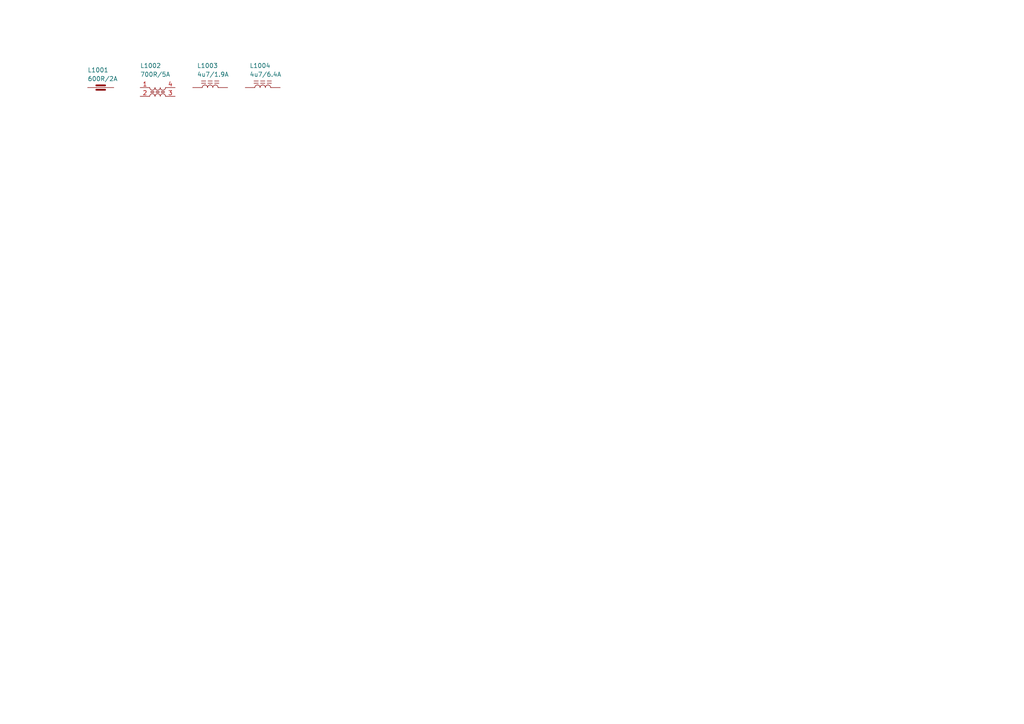
<source format=kicad_sch>
(kicad_sch
	(version 20250114)
	(generator "eeschema")
	(generator_version "9.0")
	(uuid "e63e39d7-6ac0-4ffd-8aa3-1841a4541b55")
	(paper "A4")
	(title_block
		(title "Inductors")
		(date "2026-01-06")
		(rev "1")
		(comment 1 "-")
		(comment 2 "-")
	)
	(lib_symbols
		(symbol "lily_symbols:ind_bead_600R_2A_0R1_0805"
			(pin_numbers
				(hide yes)
			)
			(pin_names
				(offset 0)
				(hide yes)
			)
			(exclude_from_sim no)
			(in_bom yes)
			(on_board yes)
			(property "Reference" "L"
				(at 0 5.08 0)
				(effects
					(font
						(size 1.27 1.27)
					)
					(justify left)
				)
			)
			(property "Value" "600R/2A"
				(at 0 2.54 0)
				(effects
					(font
						(size 1.27 1.27)
					)
					(justify left)
				)
			)
			(property "Footprint" "lily_footprints:ind_0805"
				(at 3.81 -7.62 0)
				(effects
					(font
						(size 1.27 1.27)
					)
					(hide yes)
				)
			)
			(property "Datasheet" "https://lilytronics.github.io/lily_kicad_lib/datasheets/tdk/MPZ2012S601AT000.pdf"
				(at 3.81 -20.32 0)
				(effects
					(font
						(size 1.27 1.27)
					)
					(hide yes)
				)
			)
			(property "Description" ""
				(at 0 0 0)
				(effects
					(font
						(size 1.27 1.27)
					)
					(hide yes)
				)
			)
			(property "Revision" "1"
				(at 3.81 -2.54 0)
				(effects
					(font
						(size 1.27 1.27)
					)
					(hide yes)
				)
			)
			(property "Status" "Active"
				(at 3.81 -5.08 0)
				(effects
					(font
						(size 1.27 1.27)
					)
					(hide yes)
				)
			)
			(property "Manufacturer" "TDK"
				(at 3.81 -10.16 0)
				(effects
					(font
						(size 1.27 1.27)
					)
					(hide yes)
				)
			)
			(property "Manufacturer_ID" "MPZ2012S601AT000"
				(at 3.81 -12.7 0)
				(effects
					(font
						(size 1.27 1.27)
					)
					(hide yes)
				)
			)
			(property "Lily_ID" "NO_ID"
				(at 3.81 -15.24 0)
				(effects
					(font
						(size 1.27 1.27)
					)
					(hide yes)
				)
			)
			(property "JLCPCB_ID" "C21519"
				(at 3.81 -17.78 0)
				(effects
					(font
						(size 1.27 1.27)
					)
					(hide yes)
				)
			)
			(symbol "ind_bead_600R_2A_0R1_0805_0_1"
				(polyline
					(pts
						(xy 2.54 0.635) (xy 5.08 0.635)
					)
					(stroke
						(width 0.508)
						(type default)
					)
					(fill
						(type none)
					)
				)
				(polyline
					(pts
						(xy 2.54 0) (xy 5.08 0)
					)
					(stroke
						(width 0)
						(type default)
					)
					(fill
						(type none)
					)
				)
				(polyline
					(pts
						(xy 2.54 -0.635) (xy 5.08 -0.635)
					)
					(stroke
						(width 0.508)
						(type default)
					)
					(fill
						(type none)
					)
				)
			)
			(symbol "ind_bead_600R_2A_0R1_0805_1_1"
				(pin passive line
					(at 0 0 0)
					(length 2.54)
					(name "~"
						(effects
							(font
								(size 1.27 1.27)
							)
						)
					)
					(number "1"
						(effects
							(font
								(size 1.27 1.27)
							)
						)
					)
				)
				(pin passive line
					(at 7.62 0 180)
					(length 2.54)
					(name "~"
						(effects
							(font
								(size 1.27 1.27)
							)
						)
					)
					(number "2"
						(effects
							(font
								(size 1.27 1.27)
							)
						)
					)
				)
			)
			(embedded_fonts no)
		)
		(symbol "lily_symbols:ind_common_mode_700R_5A_10mR_9x7mm"
			(exclude_from_sim no)
			(in_bom yes)
			(on_board yes)
			(property "Reference" "L"
				(at 0 6.35 0)
				(effects
					(font
						(size 1.27 1.27)
					)
					(justify left)
				)
			)
			(property "Value" "700R/5A"
				(at 0 3.81 0)
				(effects
					(font
						(size 1.27 1.27)
					)
					(justify left)
				)
			)
			(property "Footprint" "lily_footprints:ind_common_mode_9x7mm"
				(at 5.08 -10.16 0)
				(effects
					(font
						(size 1.27 1.27)
					)
					(hide yes)
				)
			)
			(property "Datasheet" "https://lilytronics.github.io/lily_kicad_lib/datasheets/tdk/ACM90V-701-2PL.pdf"
				(at 5.08 -22.86 0)
				(effects
					(font
						(size 1.27 1.27)
					)
					(hide yes)
				)
			)
			(property "Description" ""
				(at 0 0 0)
				(effects
					(font
						(size 1.27 1.27)
					)
					(hide yes)
				)
			)
			(property "Revision" "1"
				(at 5.08 -5.08 0)
				(effects
					(font
						(size 1.27 1.27)
					)
					(hide yes)
				)
			)
			(property "Status" "Active"
				(at 5.08 -7.62 0)
				(effects
					(font
						(size 1.27 1.27)
					)
					(hide yes)
				)
			)
			(property "Manufacturer" "TDK"
				(at 5.08 -12.7 0)
				(effects
					(font
						(size 1.27 1.27)
					)
					(hide yes)
				)
			)
			(property "Manufacturer_ID" "ACM90V-701-2PL-TL00"
				(at 5.08 -15.24 0)
				(effects
					(font
						(size 1.27 1.27)
					)
					(hide yes)
				)
			)
			(property "Lily_ID" "NO_ID"
				(at 5.08 -17.78 0)
				(effects
					(font
						(size 1.27 1.27)
					)
					(hide yes)
				)
			)
			(property "JLCPCB_ID" "C87510"
				(at 5.08 -20.32 0)
				(effects
					(font
						(size 1.27 1.27)
					)
					(hide yes)
				)
			)
			(symbol "ind_common_mode_700R_5A_10mR_9x7mm_0_1"
				(polyline
					(pts
						(xy 3.048 -1.143) (xy 4.064 -1.143)
					)
					(stroke
						(width 0)
						(type default)
					)
					(fill
						(type none)
					)
				)
				(polyline
					(pts
						(xy 3.048 -1.397) (xy 4.064 -1.397)
					)
					(stroke
						(width 0)
						(type default)
					)
					(fill
						(type none)
					)
				)
				(arc
					(start 3.5552 -0.7628)
					(mid 3.0166 -0.5394)
					(end 2.7932 -0.0008)
					(stroke
						(width 0)
						(type default)
					)
					(fill
						(type none)
					)
				)
				(arc
					(start 4.3187 -0.0007)
					(mid 4.0953 -0.5393)
					(end 3.5567 -0.7627)
					(stroke
						(width 0)
						(type default)
					)
					(fill
						(type none)
					)
				)
				(arc
					(start 2.794 -2.54)
					(mid 3.0172 -2.0012)
					(end 3.556 -1.778)
					(stroke
						(width 0)
						(type default)
					)
					(fill
						(type none)
					)
				)
				(arc
					(start 3.556 -1.778)
					(mid 4.0948 -2.0012)
					(end 4.318 -2.54)
					(stroke
						(width 0)
						(type default)
					)
					(fill
						(type none)
					)
				)
				(polyline
					(pts
						(xy 4.572 -1.143) (xy 5.588 -1.143)
					)
					(stroke
						(width 0)
						(type default)
					)
					(fill
						(type none)
					)
				)
				(arc
					(start 5.08 -0.762)
					(mid 4.5412 -0.5388)
					(end 4.318 0)
					(stroke
						(width 0)
						(type default)
					)
					(fill
						(type none)
					)
				)
				(arc
					(start 5.842 0)
					(mid 5.6188 -0.5388)
					(end 5.08 -0.762)
					(stroke
						(width 0)
						(type default)
					)
					(fill
						(type none)
					)
				)
				(arc
					(start 4.318 -2.54)
					(mid 4.5412 -2.0012)
					(end 5.08 -1.778)
					(stroke
						(width 0)
						(type default)
					)
					(fill
						(type none)
					)
				)
				(arc
					(start 5.08 -1.778)
					(mid 5.6188 -2.0012)
					(end 5.842 -2.54)
					(stroke
						(width 0)
						(type default)
					)
					(fill
						(type none)
					)
				)
				(polyline
					(pts
						(xy 5.588 -1.397) (xy 4.572 -1.397)
					)
					(stroke
						(width 0)
						(type default)
					)
					(fill
						(type none)
					)
				)
				(arc
					(start 6.604 -0.762)
					(mid 6.0652 -0.5388)
					(end 5.842 0)
					(stroke
						(width 0)
						(type default)
					)
					(fill
						(type none)
					)
				)
				(arc
					(start 7.366 0)
					(mid 7.1428 -0.5388)
					(end 6.604 -0.762)
					(stroke
						(width 0)
						(type default)
					)
					(fill
						(type none)
					)
				)
				(arc
					(start 5.8413 -2.5393)
					(mid 6.0647 -2.0007)
					(end 6.6033 -1.7773)
					(stroke
						(width 0)
						(type default)
					)
					(fill
						(type none)
					)
				)
				(arc
					(start 6.6048 -1.7772)
					(mid 7.1434 -2.0006)
					(end 7.3668 -2.5392)
					(stroke
						(width 0)
						(type default)
					)
					(fill
						(type none)
					)
				)
				(polyline
					(pts
						(xy 7.112 -1.143) (xy 6.096 -1.143)
					)
					(stroke
						(width 0)
						(type default)
					)
					(fill
						(type none)
					)
				)
				(polyline
					(pts
						(xy 7.112 -1.397) (xy 6.096 -1.397)
					)
					(stroke
						(width 0)
						(type default)
					)
					(fill
						(type none)
					)
				)
			)
			(symbol "ind_common_mode_700R_5A_10mR_9x7mm_1_1"
				(pin passive line
					(at 0 0 0)
					(length 2.794)
					(name "~"
						(effects
							(font
								(size 1.27 1.27)
							)
						)
					)
					(number "1"
						(effects
							(font
								(size 1.27 1.27)
							)
						)
					)
				)
				(pin passive line
					(at 0 -2.54 0)
					(length 2.794)
					(name "~"
						(effects
							(font
								(size 1.27 1.27)
							)
						)
					)
					(number "2"
						(effects
							(font
								(size 1.27 1.27)
							)
						)
					)
				)
				(pin passive line
					(at 10.16 0 180)
					(length 2.794)
					(name "~"
						(effects
							(font
								(size 1.27 1.27)
							)
						)
					)
					(number "4"
						(effects
							(font
								(size 1.27 1.27)
							)
						)
					)
				)
				(pin passive line
					(at 10.16 -2.54 180)
					(length 2.794)
					(name "~"
						(effects
							(font
								(size 1.27 1.27)
							)
						)
					)
					(number "3"
						(effects
							(font
								(size 1.27 1.27)
							)
						)
					)
				)
			)
			(embedded_fonts no)
		)
		(symbol "lily_symbols:ind_ferrite_4u7_1.9A_84mR_20%_srn4018"
			(pin_numbers
				(hide yes)
			)
			(pin_names
				(hide yes)
			)
			(exclude_from_sim no)
			(in_bom yes)
			(on_board yes)
			(property "Reference" "L"
				(at 1.27 6.35 0)
				(effects
					(font
						(size 1.27 1.27)
					)
					(justify left)
				)
			)
			(property "Value" "4u7/1.9A"
				(at 1.27 3.81 0)
				(effects
					(font
						(size 1.27 1.27)
					)
					(justify left)
				)
			)
			(property "Footprint" "lily_footprints:ind_srn4018"
				(at 5.08 -7.62 0)
				(effects
					(font
						(size 1.27 1.27)
					)
					(hide yes)
				)
			)
			(property "Datasheet" "https://lilytronics.github.io/lily_kicad_lib/datasheets/bourns/SRN4018.pdf"
				(at 5.08 -20.32 0)
				(effects
					(font
						(size 1.27 1.27)
					)
					(hide yes)
				)
			)
			(property "Description" ""
				(at 0 0 0)
				(effects
					(font
						(size 1.27 1.27)
					)
					(hide yes)
				)
			)
			(property "Revision" "1"
				(at 5.08 -2.54 0)
				(effects
					(font
						(size 1.27 1.27)
					)
					(hide yes)
				)
			)
			(property "Status" "Active"
				(at 5.08 -5.08 0)
				(effects
					(font
						(size 1.27 1.27)
					)
					(hide yes)
				)
			)
			(property "Manufacturer" "Bourns"
				(at 5.08 -10.16 0)
				(effects
					(font
						(size 1.27 1.27)
					)
					(hide yes)
				)
			)
			(property "Manufacturer_ID" "SRN4018-4R7M"
				(at 5.08 -12.7 0)
				(effects
					(font
						(size 1.27 1.27)
					)
					(hide yes)
				)
			)
			(property "Lily_ID" "NO_ID"
				(at 5.08 -15.24 0)
				(effects
					(font
						(size 1.27 1.27)
					)
					(hide yes)
				)
			)
			(property "JLCPCB_ID" "C780206"
				(at 5.08 -17.78 0)
				(effects
					(font
						(size 1.27 1.27)
					)
					(hide yes)
				)
			)
			(symbol "ind_ferrite_4u7_1.9A_84mR_20%_srn4018_0_1"
				(arc
					(start 2.7932 0.0008)
					(mid 3.0166 0.5394)
					(end 3.5552 0.7628)
					(stroke
						(width 0)
						(type default)
					)
					(fill
						(type none)
					)
				)
				(arc
					(start 3.5567 0.7627)
					(mid 4.0953 0.5393)
					(end 4.3187 0.0007)
					(stroke
						(width 0)
						(type default)
					)
					(fill
						(type none)
					)
				)
				(arc
					(start 4.318 0)
					(mid 4.5412 0.5388)
					(end 5.08 0.762)
					(stroke
						(width 0)
						(type default)
					)
					(fill
						(type none)
					)
				)
				(arc
					(start 5.08 0.762)
					(mid 5.6188 0.5388)
					(end 5.842 0)
					(stroke
						(width 0)
						(type default)
					)
					(fill
						(type none)
					)
				)
				(arc
					(start 5.842 0)
					(mid 6.0652 0.5388)
					(end 6.604 0.762)
					(stroke
						(width 0)
						(type default)
					)
					(fill
						(type none)
					)
				)
				(arc
					(start 6.604 0.762)
					(mid 7.1428 0.5388)
					(end 7.366 0)
					(stroke
						(width 0)
						(type default)
					)
					(fill
						(type none)
					)
				)
			)
			(symbol "ind_ferrite_4u7_1.9A_84mR_20%_srn4018_1_1"
				(polyline
					(pts
						(xy 2.54 1.905) (xy 3.81 1.905)
					)
					(stroke
						(width 0)
						(type default)
					)
					(fill
						(type none)
					)
				)
				(polyline
					(pts
						(xy 2.54 1.27) (xy 3.81 1.27)
					)
					(stroke
						(width 0)
						(type default)
					)
					(fill
						(type none)
					)
				)
				(polyline
					(pts
						(xy 4.445 1.905) (xy 5.715 1.905)
					)
					(stroke
						(width 0)
						(type default)
					)
					(fill
						(type none)
					)
				)
				(polyline
					(pts
						(xy 4.445 1.27) (xy 5.715 1.27)
					)
					(stroke
						(width 0)
						(type default)
					)
					(fill
						(type none)
					)
				)
				(polyline
					(pts
						(xy 6.35 1.905) (xy 7.62 1.905)
					)
					(stroke
						(width 0)
						(type default)
					)
					(fill
						(type none)
					)
				)
				(polyline
					(pts
						(xy 7.62 1.27) (xy 6.35 1.27)
					)
					(stroke
						(width 0)
						(type default)
					)
					(fill
						(type none)
					)
				)
				(pin passive line
					(at 0 0 0)
					(length 2.794)
					(name "~"
						(effects
							(font
								(size 1.27 1.27)
							)
						)
					)
					(number "1"
						(effects
							(font
								(size 1.27 1.27)
							)
						)
					)
				)
				(pin passive line
					(at 10.16 0 180)
					(length 2.794)
					(name "~"
						(effects
							(font
								(size 1.27 1.27)
							)
						)
					)
					(number "2"
						(effects
							(font
								(size 1.27 1.27)
							)
						)
					)
				)
			)
			(embedded_fonts no)
		)
		(symbol "lily_symbols:ind_ferrite_4u7_6.4A_29mR_20%_srp6030wa"
			(pin_numbers
				(hide yes)
			)
			(pin_names
				(hide yes)
			)
			(exclude_from_sim no)
			(in_bom yes)
			(on_board yes)
			(property "Reference" "L"
				(at 1.27 6.35 0)
				(effects
					(font
						(size 1.27 1.27)
					)
					(justify left)
				)
			)
			(property "Value" "4u7/6.4A"
				(at 1.27 3.81 0)
				(effects
					(font
						(size 1.27 1.27)
					)
					(justify left)
				)
			)
			(property "Footprint" "lily_footprints:ind_srp6030wa"
				(at 5.08 -7.62 0)
				(effects
					(font
						(size 1.27 1.27)
					)
					(hide yes)
				)
			)
			(property "Datasheet" "https://lilytronics.github.io/lily_kicad_lib/datasheets/bourns/SRP6030WA.pdf"
				(at 5.08 -20.32 0)
				(effects
					(font
						(size 1.27 1.27)
					)
					(hide yes)
				)
			)
			(property "Description" ""
				(at 0 0 0)
				(effects
					(font
						(size 1.27 1.27)
					)
					(hide yes)
				)
			)
			(property "Revision" "1"
				(at 5.08 -2.54 0)
				(effects
					(font
						(size 1.27 1.27)
					)
					(hide yes)
				)
			)
			(property "Status" "Active"
				(at 5.08 -5.08 0)
				(effects
					(font
						(size 1.27 1.27)
					)
					(hide yes)
				)
			)
			(property "Manufacturer" "Bourns"
				(at 5.08 -10.16 0)
				(effects
					(font
						(size 1.27 1.27)
					)
					(hide yes)
				)
			)
			(property "Manufacturer_ID" "SRP6030WA-4R7M"
				(at 5.08 -12.7 0)
				(effects
					(font
						(size 1.27 1.27)
					)
					(hide yes)
				)
			)
			(property "Lily_ID" "NO_ID"
				(at 5.08 -15.24 0)
				(effects
					(font
						(size 1.27 1.27)
					)
					(hide yes)
				)
			)
			(property "JLCPCB_ID" "NO_ID"
				(at 5.08 -17.78 0)
				(effects
					(font
						(size 1.27 1.27)
					)
					(hide yes)
				)
			)
			(symbol "ind_ferrite_4u7_6.4A_29mR_20%_srp6030wa_0_1"
				(arc
					(start 2.7932 0.0008)
					(mid 3.0166 0.5394)
					(end 3.5552 0.7628)
					(stroke
						(width 0)
						(type default)
					)
					(fill
						(type none)
					)
				)
				(arc
					(start 3.5567 0.7627)
					(mid 4.0953 0.5393)
					(end 4.3187 0.0007)
					(stroke
						(width 0)
						(type default)
					)
					(fill
						(type none)
					)
				)
				(arc
					(start 4.318 0)
					(mid 4.5412 0.5388)
					(end 5.08 0.762)
					(stroke
						(width 0)
						(type default)
					)
					(fill
						(type none)
					)
				)
				(arc
					(start 5.08 0.762)
					(mid 5.6188 0.5388)
					(end 5.842 0)
					(stroke
						(width 0)
						(type default)
					)
					(fill
						(type none)
					)
				)
				(arc
					(start 5.842 0)
					(mid 6.0652 0.5388)
					(end 6.604 0.762)
					(stroke
						(width 0)
						(type default)
					)
					(fill
						(type none)
					)
				)
				(arc
					(start 6.604 0.762)
					(mid 7.1428 0.5388)
					(end 7.366 0)
					(stroke
						(width 0)
						(type default)
					)
					(fill
						(type none)
					)
				)
			)
			(symbol "ind_ferrite_4u7_6.4A_29mR_20%_srp6030wa_1_1"
				(polyline
					(pts
						(xy 2.54 1.905) (xy 3.81 1.905)
					)
					(stroke
						(width 0)
						(type default)
					)
					(fill
						(type none)
					)
				)
				(polyline
					(pts
						(xy 2.54 1.27) (xy 3.81 1.27)
					)
					(stroke
						(width 0)
						(type default)
					)
					(fill
						(type none)
					)
				)
				(polyline
					(pts
						(xy 4.445 1.905) (xy 5.715 1.905)
					)
					(stroke
						(width 0)
						(type default)
					)
					(fill
						(type none)
					)
				)
				(polyline
					(pts
						(xy 4.445 1.27) (xy 5.715 1.27)
					)
					(stroke
						(width 0)
						(type default)
					)
					(fill
						(type none)
					)
				)
				(polyline
					(pts
						(xy 6.35 1.905) (xy 7.62 1.905)
					)
					(stroke
						(width 0)
						(type default)
					)
					(fill
						(type none)
					)
				)
				(polyline
					(pts
						(xy 7.62 1.27) (xy 6.35 1.27)
					)
					(stroke
						(width 0)
						(type default)
					)
					(fill
						(type none)
					)
				)
				(pin passive line
					(at 0 0 0)
					(length 2.794)
					(name "~"
						(effects
							(font
								(size 1.27 1.27)
							)
						)
					)
					(number "1"
						(effects
							(font
								(size 1.27 1.27)
							)
						)
					)
				)
				(pin passive line
					(at 10.16 0 180)
					(length 2.794)
					(name "~"
						(effects
							(font
								(size 1.27 1.27)
							)
						)
					)
					(number "2"
						(effects
							(font
								(size 1.27 1.27)
							)
						)
					)
				)
			)
			(embedded_fonts no)
		)
	)
	(symbol
		(lib_id "lily_symbols:ind_bead_600R_2A_0R1_0805")
		(at 25.4 25.4 0)
		(unit 1)
		(exclude_from_sim no)
		(in_bom yes)
		(on_board yes)
		(dnp no)
		(uuid "59712f76-1c70-481f-9bb1-a0e4cbd708c2")
		(property "Reference" "L1001"
			(at 25.4 20.32 0)
			(effects
				(font
					(size 1.27 1.27)
				)
				(justify left)
			)
		)
		(property "Value" "600R/2A"
			(at 25.4 22.86 0)
			(effects
				(font
					(size 1.27 1.27)
				)
				(justify left)
			)
		)
		(property "Footprint" "lily_footprints:ind_0805"
			(at 29.21 33.02 0)
			(effects
				(font
					(size 1.27 1.27)
				)
				(hide yes)
			)
		)
		(property "Datasheet" "https://lilytronics.github.io/lily_kicad_lib/datasheets/tdk/MPZ2012S601AT000.pdf"
			(at 29.21 45.72 0)
			(effects
				(font
					(size 1.27 1.27)
				)
				(hide yes)
			)
		)
		(property "Description" ""
			(at 25.4 25.4 0)
			(effects
				(font
					(size 1.27 1.27)
				)
				(hide yes)
			)
		)
		(property "Revision" "1"
			(at 29.21 27.94 0)
			(effects
				(font
					(size 1.27 1.27)
				)
				(hide yes)
			)
		)
		(property "Status" "Active"
			(at 29.21 30.48 0)
			(effects
				(font
					(size 1.27 1.27)
				)
				(hide yes)
			)
		)
		(property "Manufacturer" "TDK"
			(at 29.21 35.56 0)
			(effects
				(font
					(size 1.27 1.27)
				)
				(hide yes)
			)
		)
		(property "Manufacturer_ID" "MPZ2012S601AT000"
			(at 29.21 38.1 0)
			(effects
				(font
					(size 1.27 1.27)
				)
				(hide yes)
			)
		)
		(property "Lily_ID" "NO_ID"
			(at 29.21 40.64 0)
			(effects
				(font
					(size 1.27 1.27)
				)
				(hide yes)
			)
		)
		(property "JLCPCB_ID" "C21519"
			(at 29.21 43.18 0)
			(effects
				(font
					(size 1.27 1.27)
				)
				(hide yes)
			)
		)
		(pin "1"
			(uuid "b57ae494-ea01-4b28-aa6b-8ef90904fa6c")
		)
		(pin "2"
			(uuid "22696b76-9b25-498d-9c75-53f28ef89c20")
		)
		(instances
			(project ""
				(path "/e63e39d7-6ac0-4ffd-8aa3-1841a4541b55"
					(reference "L1001")
					(unit 1)
				)
			)
		)
	)
	(symbol
		(lib_id "lily_symbols:ind_ferrite_4u7_1.9A_84mR_20%_srn4018")
		(at 55.88 25.4 0)
		(unit 1)
		(exclude_from_sim no)
		(in_bom yes)
		(on_board yes)
		(dnp no)
		(uuid "5f0f32c2-0640-49b8-b39f-b937f83b920e")
		(property "Reference" "L1003"
			(at 57.15 19.05 0)
			(effects
				(font
					(size 1.27 1.27)
				)
				(justify left)
			)
		)
		(property "Value" "4u7/1.9A"
			(at 57.15 21.59 0)
			(effects
				(font
					(size 1.27 1.27)
				)
				(justify left)
			)
		)
		(property "Footprint" "lily_footprints:ind_srn4018"
			(at 60.96 33.02 0)
			(effects
				(font
					(size 1.27 1.27)
				)
				(hide yes)
			)
		)
		(property "Datasheet" "https://lilytronics.github.io/lily_kicad_lib/datasheets/bourns/SRN4018.pdf"
			(at 60.96 45.72 0)
			(effects
				(font
					(size 1.27 1.27)
				)
				(hide yes)
			)
		)
		(property "Description" ""
			(at 55.88 25.4 0)
			(effects
				(font
					(size 1.27 1.27)
				)
				(hide yes)
			)
		)
		(property "Revision" "1"
			(at 60.96 27.94 0)
			(effects
				(font
					(size 1.27 1.27)
				)
				(hide yes)
			)
		)
		(property "Status" "Active"
			(at 60.96 30.48 0)
			(effects
				(font
					(size 1.27 1.27)
				)
				(hide yes)
			)
		)
		(property "Manufacturer" "Bourns"
			(at 60.96 35.56 0)
			(effects
				(font
					(size 1.27 1.27)
				)
				(hide yes)
			)
		)
		(property "Manufacturer_ID" "SRN4018-4R7M"
			(at 60.96 38.1 0)
			(effects
				(font
					(size 1.27 1.27)
				)
				(hide yes)
			)
		)
		(property "Lily_ID" "NO_ID"
			(at 60.96 40.64 0)
			(effects
				(font
					(size 1.27 1.27)
				)
				(hide yes)
			)
		)
		(property "JLCPCB_ID" "C780206"
			(at 60.96 43.18 0)
			(effects
				(font
					(size 1.27 1.27)
				)
				(hide yes)
			)
		)
		(pin "2"
			(uuid "8d759d61-e3dd-43af-ab44-d13c7903adb3")
		)
		(pin "1"
			(uuid "48af1d99-19d6-4238-8f63-4afb344357a6")
		)
		(instances
			(project ""
				(path "/e63e39d7-6ac0-4ffd-8aa3-1841a4541b55"
					(reference "L1003")
					(unit 1)
				)
			)
		)
	)
	(symbol
		(lib_id "lily_symbols:ind_ferrite_4u7_6.4A_29mR_20%_srp6030wa")
		(at 71.12 25.4 0)
		(unit 1)
		(exclude_from_sim no)
		(in_bom yes)
		(on_board yes)
		(dnp no)
		(uuid "6be7d410-738b-4158-a284-9f5c22d584e1")
		(property "Reference" "L1004"
			(at 72.39 19.05 0)
			(effects
				(font
					(size 1.27 1.27)
				)
				(justify left)
			)
		)
		(property "Value" "4u7/6.4A"
			(at 72.39 21.59 0)
			(effects
				(font
					(size 1.27 1.27)
				)
				(justify left)
			)
		)
		(property "Footprint" "lily_footprints:ind_srp6030wa"
			(at 76.2 33.02 0)
			(effects
				(font
					(size 1.27 1.27)
				)
				(hide yes)
			)
		)
		(property "Datasheet" "https://lilytronics.github.io/lily_kicad_lib/datasheets/bourns/SRP6030WA.pdf"
			(at 76.2 45.72 0)
			(effects
				(font
					(size 1.27 1.27)
				)
				(hide yes)
			)
		)
		(property "Description" ""
			(at 71.12 25.4 0)
			(effects
				(font
					(size 1.27 1.27)
				)
				(hide yes)
			)
		)
		(property "Revision" "1"
			(at 76.2 27.94 0)
			(effects
				(font
					(size 1.27 1.27)
				)
				(hide yes)
			)
		)
		(property "Status" "Active"
			(at 76.2 30.48 0)
			(effects
				(font
					(size 1.27 1.27)
				)
				(hide yes)
			)
		)
		(property "Manufacturer" "Bourns"
			(at 76.2 35.56 0)
			(effects
				(font
					(size 1.27 1.27)
				)
				(hide yes)
			)
		)
		(property "Manufacturer_ID" "SRP6030WA-4R7M"
			(at 76.2 38.1 0)
			(effects
				(font
					(size 1.27 1.27)
				)
				(hide yes)
			)
		)
		(property "Lily_ID" "NO_ID"
			(at 76.2 40.64 0)
			(effects
				(font
					(size 1.27 1.27)
				)
				(hide yes)
			)
		)
		(property "JLCPCB_ID" "NO_ID"
			(at 76.2 43.18 0)
			(effects
				(font
					(size 1.27 1.27)
				)
				(hide yes)
			)
		)
		(pin "1"
			(uuid "1fc10178-90b5-481b-8c21-a75126460057")
		)
		(pin "2"
			(uuid "f7db3f20-f4df-4299-9650-7f04323706ff")
		)
		(instances
			(project ""
				(path "/e63e39d7-6ac0-4ffd-8aa3-1841a4541b55"
					(reference "L1004")
					(unit 1)
				)
			)
		)
	)
	(symbol
		(lib_id "lily_symbols:ind_common_mode_700R_5A_10mR_9x7mm")
		(at 40.64 25.4 0)
		(unit 1)
		(exclude_from_sim no)
		(in_bom yes)
		(on_board yes)
		(dnp no)
		(uuid "7e1adfbc-bca4-46e1-ad71-3d2ad35d6033")
		(property "Reference" "L1002"
			(at 40.64 19.05 0)
			(effects
				(font
					(size 1.27 1.27)
				)
				(justify left)
			)
		)
		(property "Value" "700R/5A"
			(at 40.64 21.59 0)
			(effects
				(font
					(size 1.27 1.27)
				)
				(justify left)
			)
		)
		(property "Footprint" "lily_footprints:ind_common_mode_9x7mm"
			(at 45.72 35.56 0)
			(effects
				(font
					(size 1.27 1.27)
				)
				(hide yes)
			)
		)
		(property "Datasheet" "https://lilytronics.github.io/lily_kicad_lib/datasheets/tdk/ACM90V-701-2PL.pdf"
			(at 45.72 48.26 0)
			(effects
				(font
					(size 1.27 1.27)
				)
				(hide yes)
			)
		)
		(property "Description" ""
			(at 40.64 25.4 0)
			(effects
				(font
					(size 1.27 1.27)
				)
				(hide yes)
			)
		)
		(property "Revision" "1"
			(at 45.72 30.48 0)
			(effects
				(font
					(size 1.27 1.27)
				)
				(hide yes)
			)
		)
		(property "Status" "Active"
			(at 45.72 33.02 0)
			(effects
				(font
					(size 1.27 1.27)
				)
				(hide yes)
			)
		)
		(property "Manufacturer" "TDK"
			(at 45.72 38.1 0)
			(effects
				(font
					(size 1.27 1.27)
				)
				(hide yes)
			)
		)
		(property "Manufacturer_ID" "ACM90V-701-2PL-TL00"
			(at 45.72 40.64 0)
			(effects
				(font
					(size 1.27 1.27)
				)
				(hide yes)
			)
		)
		(property "Lily_ID" "NO_ID"
			(at 45.72 43.18 0)
			(effects
				(font
					(size 1.27 1.27)
				)
				(hide yes)
			)
		)
		(property "JLCPCB_ID" "C87510"
			(at 45.72 45.72 0)
			(effects
				(font
					(size 1.27 1.27)
				)
				(hide yes)
			)
		)
		(pin "1"
			(uuid "199757ef-b736-4be8-825c-8a52815dc734")
		)
		(pin "2"
			(uuid "15ea1cc3-8863-4170-9208-a10f9edb120b")
		)
		(pin "4"
			(uuid "341a959c-13d4-4cc6-a0b4-be838c55e51b")
		)
		(pin "3"
			(uuid "b8689319-ca54-4cbd-ab53-703d6bfc4a10")
		)
		(instances
			(project ""
				(path "/e63e39d7-6ac0-4ffd-8aa3-1841a4541b55"
					(reference "L1002")
					(unit 1)
				)
			)
		)
	)
	(sheet_instances
		(path "/"
			(page "1")
		)
	)
	(embedded_fonts no)
)

</source>
